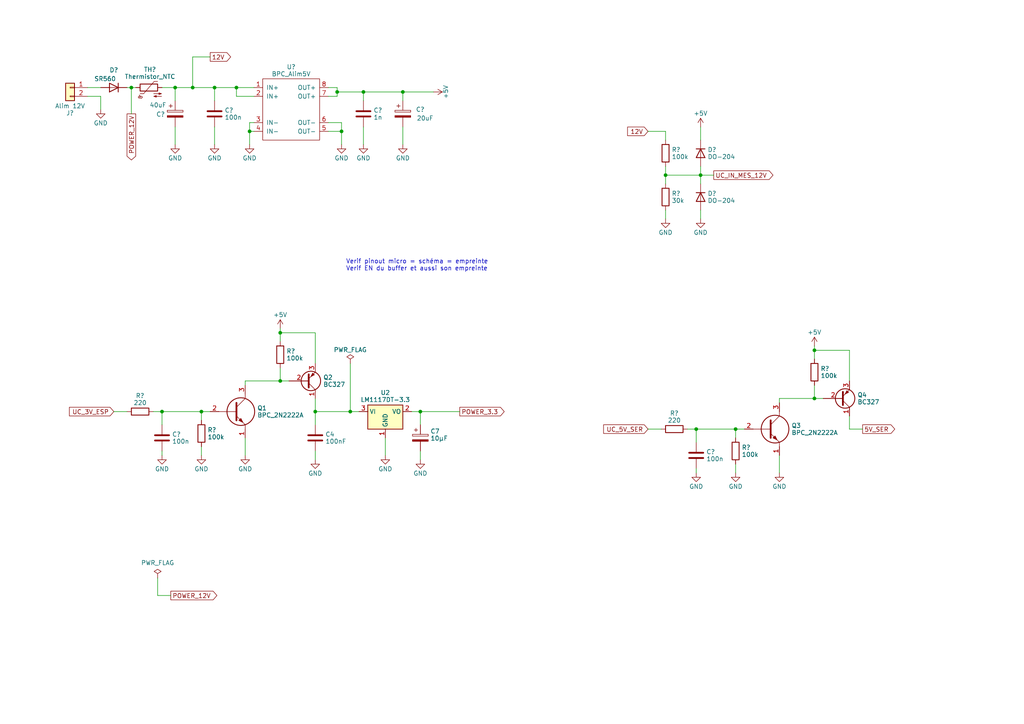
<source format=kicad_sch>
(kicad_sch (version 20230121) (generator eeschema)
  (paper "A4")
  (title_block (title "Cabane à Minou") (rev "B0") (company "BPC") (comment 1 "2 capteurs de température / 3 entrées détecteur de mouvement") (comment 2 "Wifi / Luminosité / RTC") (comment 3 "4 sorties Strip LEDs (Avec Alim. 5V pilotable)") (comment 4 "Alimentation 12V / 1 sortie 12V commutable"))
  (lib_symbols
    (symbol "Connector_Generic:Conn_01x02" (pin_names (offset 1.016) hide)
      (property "Reference" "J" (at 0 2.54 0))
      (property "Value" "Conn_01x02" (at 0 -5.08 0))
      (symbol "Conn_01x02_1_1"
        (rectangle (start -1.27 -2.413) (end 0 -2.667) (stroke (width 0.1524)))
        (rectangle (start -1.27 0.127) (end 0 -0.127) (stroke (width 0.1524)))
        (rectangle (start -1.27 1.27) (end 1.27 -3.81) (stroke (width 0.254)) (fill (type background)))
        (pin passive line (at -5.08 0 0) (length 3.81) (name "Pin_1") (number "1"))
        (pin passive line (at -5.08 -2.54 0) (length 3.81) (name "Pin_2") (number "2"))
      )
    )
    (symbol "Device:C" (pin_numbers hide) (pin_names (offset 0.254))
      (property "Reference" "C" (at 0.635 2.54 0))
      (property "Value" "C" (at 0.635 -2.54 0))
      (symbol "C_0_1"
        (polyline (pts (xy -2.032 -0.762) (xy 2.032 -0.762)) (stroke (width 0.508)))
        (polyline (pts (xy -2.032 0.762) (xy 2.032 0.762)) (stroke (width 0.508)))
      )
      (symbol "C_1_1"
        (pin passive line (at 0 3.81 270) (length 2.794) (name "~") (number "1"))
        (pin passive line (at 0 -3.81 90) (length 2.794) (name "~") (number "2"))
      )
    )
    (symbol "Device:C_Polarized" (pin_numbers hide) (pin_names (offset 0.254))
      (property "Reference" "C" (at 0.635 2.54 0))
      (property "Value" "C_Polarized" (at 0.635 -2.54 0))
      (symbol "C_Polarized_0_1"
        (rectangle (start -2.286 0.508) (end 2.286 1.016))
        (polyline (pts (xy -1.778 2.286) (xy -0.762 2.286)))
        (polyline (pts (xy -1.27 2.794) (xy -1.27 1.778)))
        (rectangle (start 2.286 -0.508) (end -2.286 -1.016) (fill (type outline)))
      )
      (symbol "C_Polarized_1_1"
        (pin passive line (at 0 3.81 270) (length 2.794) (name "~") (number "1"))
        (pin passive line (at 0 -3.81 90) (length 2.794) (name "~") (number "2"))
      )
    )
    (symbol "Device:D" (pin_numbers hide) (pin_names (offset 1.016) hide)
      (property "Reference" "D" (at 0 2.54 0))
      (property "Value" "D" (at 0 -2.54 0))
      (symbol "D_0_1"
        (polyline (pts (xy -1.27 1.27) (xy -1.27 -1.27)) (stroke (width 0.254)))
        (polyline (pts (xy 1.27 0) (xy -1.27 0)))
        (polyline (pts (xy 1.27 1.27) (xy 1.27 -1.27) (xy -1.27 0) (xy 1.27 1.27)) (stroke (width 0.254)))
      )
      (symbol "D_1_1"
        (pin passive line (at -3.81 0 0) (length 2.54) (name "K") (number "1"))
        (pin passive line (at 3.81 0 180) (length 2.54) (name "A") (number "2"))
      )
    )
    (symbol "Device:R" (pin_numbers hide) (pin_names (offset 0))
      (property "Reference" "R" (at 2.032 0 90))
      (property "Value" "R" (at 0 0 90))
      (symbol "R_0_1"
        (rectangle (start -1.016 -2.54) (end 1.016 2.54) (stroke (width 0.254)))
      )
      (symbol "R_1_1"
        (pin passive line (at 0 3.81 270) (length 1.27) (name "~") (number "1"))
        (pin passive line (at 0 -3.81 90) (length 1.27) (name "~") (number "2"))
      )
    )
    (symbol "Device:Thermistor_NTC" (pin_numbers hide) (pin_names (offset 0))
      (property "Reference" "TH" (at -4.445 0 90))
      (property "Value" "Thermistor_NTC" (at 3.175 0 90))
      (symbol "Thermistor_NTC_0_1"
        (arc (start -3.048 2.159) (mid -3.0495 2.3143) (end -3.175 2.413))
        (arc (start -3.048 2.159) (mid -2.9736 1.9794) (end -2.794 1.905))
        (arc (start -3.048 2.794) (mid -2.9736 2.6144) (end -2.794 2.54))
        (arc (start -2.794 1.905) (mid -2.6144 1.9794) (end -2.54 2.159))
        (arc (start -2.794 2.54) (mid -2.4393 2.5587) (end -2.159 2.794))
        (arc (start -2.794 3.048) (mid -2.9736 2.9736) (end -3.048 2.794))
        (arc (start -2.54 2.794) (mid -2.6144 2.9736) (end -2.794 3.048))
        (rectangle (start -1.016 2.54) (end 1.016 -2.54) (stroke (width 0.254)))
        (polyline (pts (xy -2.54 2.159) (xy -2.54 2.794)))
        (polyline (pts (xy -1.778 2.54) (xy -1.778 1.524) (xy 1.778 -1.524) (xy 1.778 -2.54)))
        (polyline (pts (xy -2.54 -3.683) (xy -2.54 -1.397) (xy -2.794 -2.159) (xy -2.286 -2.159) (xy -2.54 -1.397) (xy -2.54 -1.651)) (fill (type outline)))
        (polyline (pts (xy -1.778 -1.397) (xy -1.778 -3.683) (xy -2.032 -2.921) (xy -1.524 -2.921) (xy -1.778 -3.683) (xy -1.778 -3.429)) (fill (type outline)))
      )
      (symbol "Thermistor_NTC_1_1"
        (pin passive line (at 0 3.81 270) (length 1.27) (name "~") (number "1"))
        (pin passive line (at 0 -3.81 90) (length 1.27) (name "~") (number "2"))
      )
    )
    (symbol "Regulator_Linear:LM1117DT-3.3"
      (property "Reference" "U" (at -3.81 3.175 0))
      (property "Value" "LM1117DT-3.3" (at 0 3.175 0))
      (symbol "LM1117DT-3.3_0_1"
        (rectangle (start -5.08 -5.08) (end 5.08 1.905) (stroke (width 0.254)) (fill (type background)))
      )
      (symbol "LM1117DT-3.3_1_1"
        (pin power_in line (at 0 -7.62 90) (length 2.54) (name "GND") (number "1"))
        (pin power_out line (at 7.62 0 180) (length 2.54) (name "VO") (number "2"))
        (pin power_in line (at -7.62 0 0) (length 2.54) (name "VI") (number "3"))
      )
    )
    (symbol "Transistor_BJT:BC327" (pin_names (offset 0) hide)
      (property "Reference" "Q" (at 5.08 1.905 0))
      (property "Value" "BC327" (at 5.08 0 0))
      (symbol "BC327_0_1"
        (polyline (pts (xy 0.635 0.635) (xy 2.54 2.54)))
        (polyline (pts (xy 0.635 -0.635) (xy 2.54 -2.54) (xy 2.54 -2.54)))
        (polyline (pts (xy 0.635 1.905) (xy 0.635 -1.905) (xy 0.635 -1.905)) (stroke (width 0.508)))
        (polyline (pts (xy 2.286 -1.778) (xy 1.778 -2.286) (xy 1.27 -1.27) (xy 2.286 -1.778) (xy 2.286 -1.778)) (fill (type outline)))
        (circle (center 1.27 0) (radius 2.8194) (stroke (width 0.254)))
      )
      (symbol "BC327_1_1"
        (pin passive line (at 2.54 5.08 270) (length 2.54) (name "C") (number "1"))
        (pin input line (at -5.08 0 0) (length 5.715) (name "B") (number "2"))
        (pin passive line (at 2.54 -5.08 90) (length 2.54) (name "E") (number "3"))
      )
    )
    (symbol "bpc:BPC_2N2222A" (pin_names (offset 0.762))
      (property "Reference" "Q" (at 13.97 1.27 0))
      (property "Value" "BPC_2N2222A" (at 13.97 -1.27 0))
      (symbol "BPC_2N2222A_0_0"
        (pin passive line (at 10.16 -7.62 90) (length 2.54) (name "~") (number "1"))
        (pin passive line (at 0 0 0) (length 2.54) (name "~") (number "2"))
        (pin passive line (at 10.16 7.62 270) (length 2.54) (name "~") (number "3"))
      )
      (symbol "BPC_2N2222A_0_1"
        (polyline (pts (xy 2.54 0) (xy 7.62 0)) (stroke (width 0.1524)))
        (polyline (pts (xy 7.62 -1.27) (xy 10.16 -3.81)) (stroke (width 0.1524)))
        (polyline (pts (xy 7.62 1.27) (xy 10.16 3.81)) (stroke (width 0.1524)))
        (polyline (pts (xy 7.62 2.54) (xy 7.62 -2.54)) (stroke (width 0.508)))
        (polyline (pts (xy 10.16 -3.81) (xy 10.16 -5.08)) (stroke (width 0.1524)))
        (polyline (pts (xy 10.16 3.81) (xy 10.16 5.08)) (stroke (width 0.1524)))
        (polyline (pts (xy 8.382 -2.54) (xy 8.89 -2.032) (xy 9.398 -3.048) (xy 8.382 -2.54)) (stroke (width 0.254)) (fill (type outline)))
        (circle (center 8.89 0) (radius 4.0132) (stroke (width 0.254)))
      )
    )
    (symbol "bpc:BPC_Alim5V" (pin_names (offset 1.016))
      (property "Reference" "U" (at 6.35 6.35 0))
      (property "Value" "BPC_Alim5V" (at 11.43 3.81 0))
      (symbol "BPC_Alim5V_0_1"
        (rectangle (start 0 2.54) (end 16.51 -15.24))
      )
      (symbol "BPC_Alim5V_1_1"
        (pin power_in line (at -2.54 0 0) (length 2.54) (name "IN+") (number "1"))
        (pin power_in line (at -2.54 -2.54 0) (length 2.54) (name "IN+") (number "2"))
        (pin power_in line (at -2.54 -10.16 0) (length 2.54) (name "IN-") (number "3"))
        (pin power_in line (at -2.54 -12.7 0) (length 2.54) (name "IN-") (number "4"))
        (pin power_out line (at 19.05 -12.7 180) (length 2.54) (name "OUT-") (number "5"))
        (pin passive line (at 19.05 -10.16 180) (length 2.54) (name "OUT-") (number "6"))
        (pin passive line (at 19.05 -2.54 180) (length 2.54) (name "OUT+") (number "7"))
        (pin power_out line (at 19.05 0 180) (length 2.54) (name "OUT+") (number "8"))
      )
    )
    (symbol "power:+5V" (power) (pin_names (offset 0))
      (property "Value" "+5V" (at 0 3.556 0))
      (symbol "+5V_0_1"
        (polyline (pts (xy -0.762 1.27) (xy 0 2.54)))
        (polyline (pts (xy 0 0) (xy 0 2.54)))
        (polyline (pts (xy 0 2.54) (xy 0.762 1.27)))
      )
      (symbol "+5V_1_1"
        (pin power_in line (at 0 0 90) (length 0) hide (name "+5V") (number "1"))
      )
    )
    (symbol "power:GND" (power) (pin_names (offset 0))
      (property "Value" "GND" (at 0 -3.81 0))
      (symbol "GND_0_1"
        (polyline (pts (xy 0 0) (xy 0 -1.27) (xy 1.27 -1.27) (xy 0 -2.54) (xy -1.27 -1.27) (xy 0 -1.27)))
      )
      (symbol "GND_1_1"
        (pin power_in line (at 0 0 270) (length 0) hide (name "GND") (number "1"))
      )
    )
    (symbol "power:PWR_FLAG" (power) (pin_numbers hide) (pin_names (offset 0) hide)
      (property "Value" "PWR_FLAG" (at 0 3.81 0))
      (symbol "PWR_FLAG_0_0"
        (pin power_out line (at 0 0 90) (length 0) (name "pwr") (number "1"))
      )
      (symbol "PWR_FLAG_0_1"
        (polyline (pts (xy 0 0) (xy 0 1.27) (xy -1.016 1.905) (xy 0 2.54) (xy 1.016 1.905) (xy 0 1.27)))
      )
    )
  )
  (junction (at 193.04 50.8))
  (junction (at 236.22 115.57))
  (junction (at 236.22 101.6))
  (junction (at 81.28 96.52))
  (junction (at 101.6 119.38))
  (junction (at 55.88 25.4))
  (junction (at 91.44 119.38))
  (junction (at 38.1 25.4))
  (junction (at 72.39 38.1))
  (junction (at 81.28 110.49))
  (junction (at 116.84 26.67))
  (junction (at 99.06 38.1))
  (junction (at 213.36 124.46))
  (junction (at 50.8 25.4))
  (junction (at 62.23 25.4))
  (junction (at 58.42 119.38))
  (junction (at 203.2 50.8))
  (junction (at 121.92 119.38))
  (junction (at 46.99 119.38))
  (junction (at 105.41 26.67))
  (junction (at 201.93 124.46))
  (junction (at 68.58 25.4))
  (junction (at 97.79 26.67))
  (wire (pts (xy 105.41 36.83) (xy 105.41 41.91)))
  (wire (pts (xy 97.79 25.4) (xy 97.79 26.67)))
  (wire (pts (xy 58.42 119.38) (xy 58.42 121.92)))
  (wire (pts (xy 45.72 167.64) (xy 45.72 172.72)))
  (wire (pts (xy 213.36 134.62) (xy 213.36 137.16)))
  (wire (pts (xy 68.58 25.4) (xy 73.66 25.4)))
  (wire (pts (xy 55.88 25.4) (xy 62.23 25.4)))
  (wire (pts (xy 213.36 124.46) (xy 215.9 124.46)))
  (wire (pts (xy 55.88 16.51) (xy 55.88 25.4)))
  (wire (pts (xy 95.25 25.4) (xy 97.79 25.4)))
  (wire (pts (xy 71.12 111.76) (xy 71.12 110.49)))
  (wire (pts (xy 25.4 27.94) (xy 29.21 27.94)))
  (wire (pts (xy 46.99 25.4) (xy 50.8 25.4)))
  (wire (pts (xy 246.38 101.6) (xy 246.38 110.49)))
  (wire (pts (xy 250.19 124.46) (xy 246.38 124.46)))
  (wire (pts (xy 46.99 130.81) (xy 46.99 132.08)))
  (wire (pts (xy 91.44 119.38) (xy 91.44 115.57)))
  (wire (pts (xy 25.4 25.4) (xy 29.21 25.4)))
  (wire (pts (xy 50.8 25.4) (xy 50.8 29.21)))
  (wire (pts (xy 71.12 127) (xy 71.12 132.08)))
  (wire (pts (xy 38.1 25.4) (xy 39.37 25.4)))
  (wire (pts (xy 203.2 36.83) (xy 203.2 40.64)))
  (wire (pts (xy 62.23 36.83) (xy 62.23 41.91)))
  (wire (pts (xy 58.42 119.38) (xy 60.96 119.38)))
  (wire (pts (xy 71.12 110.49) (xy 81.28 110.49)))
  (wire (pts (xy 60.96 16.51) (xy 55.88 16.51)))
  (wire (pts (xy 38.1 25.4) (xy 38.1 33.02)))
  (wire (pts (xy 226.06 115.57) (xy 236.22 115.57)))
  (wire (pts (xy 119.38 119.38) (xy 121.92 119.38)))
  (wire (pts (xy 81.28 95.25) (xy 81.28 96.52)))
  (wire (pts (xy 99.06 35.56) (xy 95.25 35.56)))
  (wire (pts (xy 236.22 101.6) (xy 246.38 101.6)))
  (wire (pts (xy 68.58 27.94) (xy 68.58 25.4)))
  (wire (pts (xy 111.76 127) (xy 111.76 132.08)))
  (wire (pts (xy 83.82 110.49) (xy 81.28 110.49)))
  (wire (pts (xy 72.39 35.56) (xy 72.39 38.1)))
  (wire (pts (xy 226.06 116.84) (xy 226.06 115.57)))
  (wire (pts (xy 201.93 124.46) (xy 213.36 124.46)))
  (wire (pts (xy 201.93 124.46) (xy 201.93 128.27)))
  (wire (pts (xy 203.2 60.96) (xy 203.2 63.5)))
  (wire (pts (xy 199.39 124.46) (xy 201.93 124.46)))
  (wire (pts (xy 193.04 48.26) (xy 193.04 50.8)))
  (wire (pts (xy 213.36 124.46) (xy 213.36 127)))
  (wire (pts (xy 193.04 38.1) (xy 193.04 40.64)))
  (wire (pts (xy 72.39 38.1) (xy 72.39 41.91)))
  (wire (pts (xy 193.04 60.96) (xy 193.04 63.5)))
  (wire (pts (xy 81.28 110.49) (xy 81.28 106.68)))
  (wire (pts (xy 46.99 119.38) (xy 58.42 119.38)))
  (wire (pts (xy 44.45 119.38) (xy 46.99 119.38)))
  (wire (pts (xy 121.92 119.38) (xy 133.35 119.38)))
  (wire (pts (xy 203.2 48.26) (xy 203.2 50.8)))
  (wire (pts (xy 36.83 25.4) (xy 38.1 25.4)))
  (wire (pts (xy 121.92 130.81) (xy 121.92 133.35)))
  (wire (pts (xy 203.2 50.8) (xy 207.01 50.8)))
  (wire (pts (xy 226.06 132.08) (xy 226.06 137.16)))
  (wire (pts (xy 236.22 115.57) (xy 236.22 111.76)))
  (wire (pts (xy 91.44 96.52) (xy 91.44 105.41)))
  (wire (pts (xy 99.06 41.91) (xy 99.06 38.1)))
  (wire (pts (xy 46.99 119.38) (xy 46.99 123.19)))
  (wire (pts (xy 58.42 129.54) (xy 58.42 132.08)))
  (wire (pts (xy 105.41 26.67) (xy 105.41 29.21)))
  (wire (pts (xy 121.92 119.38) (xy 121.92 123.19)))
  (wire (pts (xy 81.28 96.52) (xy 81.28 99.06)))
  (wire (pts (xy 97.79 26.67) (xy 105.41 26.67)))
  (wire (pts (xy 105.41 26.67) (xy 116.84 26.67)))
  (wire (pts (xy 91.44 119.38) (xy 91.44 123.19)))
  (wire (pts (xy 50.8 25.4) (xy 55.88 25.4)))
  (wire (pts (xy 101.6 105.41) (xy 101.6 119.38)))
  (wire (pts (xy 116.84 36.83) (xy 116.84 41.91)))
  (wire (pts (xy 45.72 172.72) (xy 49.53 172.72)))
  (wire (pts (xy 201.93 135.89) (xy 201.93 137.16)))
  (wire (pts (xy 81.28 96.52) (xy 91.44 96.52)))
  (wire (pts (xy 187.96 38.1) (xy 193.04 38.1)))
  (wire (pts (xy 95.25 38.1) (xy 99.06 38.1)))
  (wire (pts (xy 29.21 27.94) (xy 29.21 31.75)))
  (wire (pts (xy 97.79 27.94) (xy 95.25 27.94)))
  (wire (pts (xy 236.22 101.6) (xy 236.22 104.14)))
  (wire (pts (xy 62.23 25.4) (xy 62.23 29.21)))
  (wire (pts (xy 72.39 38.1) (xy 73.66 38.1)))
  (wire (pts (xy 73.66 35.56) (xy 72.39 35.56)))
  (wire (pts (xy 62.23 25.4) (xy 68.58 25.4)))
  (wire (pts (xy 99.06 38.1) (xy 99.06 35.56)))
  (wire (pts (xy 246.38 124.46) (xy 246.38 120.65)))
  (wire (pts (xy 203.2 50.8) (xy 203.2 53.34)))
  (wire (pts (xy 101.6 119.38) (xy 104.14 119.38)))
  (wire (pts (xy 238.76 115.57) (xy 236.22 115.57)))
  (wire (pts (xy 193.04 50.8) (xy 193.04 53.34)))
  (wire (pts (xy 97.79 26.67) (xy 97.79 27.94)))
  (wire (pts (xy 50.8 36.83) (xy 50.8 41.91)))
  (wire (pts (xy 116.84 26.67) (xy 125.73 26.67)))
  (wire (pts (xy 91.44 119.38) (xy 101.6 119.38)))
  (wire (pts (xy 73.66 27.94) (xy 68.58 27.94)))
  (wire (pts (xy 187.96 124.46) (xy 191.77 124.46)))
  (wire (pts (xy 33.02 119.38) (xy 36.83 119.38)))
  (wire (pts (xy 193.04 50.8) (xy 203.2 50.8)))
  (wire (pts (xy 236.22 100.33) (xy 236.22 101.6)))
  (wire (pts (xy 116.84 26.67) (xy 116.84 29.21)))
  (wire (pts (xy 91.44 130.81) (xy 91.44 133.35)))
  (text "Verif pinout micro = schéma = empreinte\nVerif EN du buffer et aussi son empreinte" (at 100.33 78.74 0) (effects (font (size 1.27 1.27)) (justify left bottom)))
  (global_label "POWER_12V" (shape output) (at 38.1 33.02 270) (property "Intersheetrefs" "${INTERSHEET_REFS}" (effects hide)))
  (global_label "12V" (shape output) (at 60.96 16.51 0) (property "Intersheetrefs" "${INTERSHEET_REFS}" (effects hide)))
  (global_label "POWER_3.3" (shape output) (at 133.35 119.38 0) (property "Intersheetrefs" "${INTERSHEET_REFS}" (effects hide)))
  (global_label "12V" (shape input) (at 187.96 38.1 180) (property "Intersheetrefs" "${INTERSHEET_REFS}" (effects hide)))
  (global_label "POWER_12V" (shape output) (at 49.53 172.72 0) (property "Intersheetrefs" "${INTERSHEET_REFS}" (effects hide)))
  (global_label "5V_SER" (shape output) (at 250.19 124.46 0) (property "Intersheetrefs" "${INTERSHEET_REFS}" (effects hide)))
  (global_label "UC_IN_MES_12V" (shape output) (at 207.01 50.8 0) (property "Intersheetrefs" "${INTERSHEET_REFS}" (effects hide)))
  (global_label "UC_3V_ESP" (shape input) (at 33.02 119.38 180) (property "Intersheetrefs" "${INTERSHEET_REFS}" (effects hide)))
  (global_label "UC_5V_SER" (shape input) (at 187.96 124.46 180) (property "Intersheetrefs" "${INTERSHEET_REFS}" (effects hide)))
  (symbol (lib_id "power:+5V") (at 125.73 26.67 270) (unit 1)
    (property "Reference" "#PWR?" (effects hide))
    (property "Value" "+5V" (at 129.286 26.67 0))
    (instances (project "cabane_minou" (path "" (reference "#PWR?") (unit 1)) (path "" (reference "#PWR?") (unit 1)) (path "" (reference "#PWR015") (unit 1))))
  )
  (symbol (lib_id "power:GND") (at 193.04 63.5 0) (unit 1)
    (property "Reference" "#PWR?" (effects hide))
    (property "Value" "GND" (at 193.04 67.445 0))
    (instances (project "cabane_minou" (path "" (reference "#PWR?") (unit 1)) (path "" (reference "#PWR?") (unit 1)) (path "" (reference "#PWR016") (unit 1))))
  )
  (symbol (lib_id "Device:C") (at 91.44 127 0) (unit 1)
    (property "Reference" "C4" (at 94.361 125.976 0) (effects (justify left)))
    (property "Value" "100nF" (at 94.361 128.024 0) (effects (justify left)))
    (property "Footprint" "Capacitor_THT:C_Disc_D5.0mm_W2.5mm_P2.50mm" (effects hide))
    (instances (project "cabane_minou" (path "" (reference "C4") (unit 1))) (project "board_rs485_master" (path "" (reference "C?") (unit 1))))
  )
  (symbol (lib_id "Device:C") (at 105.41 33.02 0) (unit 1)
    (property "Reference" "C?" (at 108.331 31.996 0) (effects (justify left)))
    (property "Value" "1n" (at 108.331 34.044 0) (effects (justify left)))
    (property "Footprint" "Capacitor_THT:C_Disc_D5.0mm_W2.5mm_P2.50mm" (effects hide))
    (instances (project "cabane_minou" (path "" (reference "C?") (unit 1)) (path "" (reference "C?") (unit 1)) (path "" (reference "C5") (unit 1))))
  )
  (symbol (lib_id "Transistor_BJT:BC327") (at 243.84 115.57 0) (mirror x) (unit 1)
    (property "Reference" "Q4" (at 248.6914 114.546 0) (effects (justify left)))
    (property "Value" "BC327" (at 248.6914 116.594 0) (effects (justify left)))
    (property "Footprint" "Package_TO_SOT_THT:TO-92_Inline" (effects hide))
    (property "Datasheet" "http://www.onsemi.com/pub_link/Collateral/BC327-D.PDF" (effects hide))
  )
  (symbol (lib_id "power:+5V") (at 236.22 100.33 0) (unit 1)
    (property "Reference" "#PWR?" (effects hide))
    (property "Value" "+5V" (at 236.22 96.385 0))
    (instances (project "cabane_minou" (path "" (reference "#PWR?") (unit 1)) (path "" (reference "#PWR?") (unit 1)) (path "" (reference "#PWR022") (unit 1))))
  )
  (symbol (lib_id "power:GND") (at 201.93 137.16 0) (unit 1)
    (property "Reference" "#PWR?" (effects hide))
    (property "Value" "GND" (at 201.93 141.105 0))
    (instances (project "cabane_minou" (path "" (reference "#PWR?") (unit 1)) (path "" (reference "#PWR?") (unit 1)) (path "" (reference "#PWR017") (unit 1))))
  )
  (symbol (lib_id "power:PWR_FLAG") (at 101.6 105.41 0) (unit 1)
    (property "Reference" "#FLG02" (effects hide))
    (property "Value" "PWR_FLAG" (at 101.6 101.465 0))
  )
  (symbol (lib_id "Device:R") (at 236.22 107.95 0) (unit 1)
    (property "Reference" "R?" (at 237.998 106.926 0) (effects (justify left)))
    (property "Value" "100k" (at 237.998 108.974 0) (effects (justify left)))
    (property "Footprint" "Resistor_THT:R_Axial_DIN0204_L3.6mm_D1.6mm_P7.62mm_Horizontal" (effects hide))
    (instances (project "cabane_minou" (path "" (reference "R?") (unit 1)) (path "" (reference "R?") (unit 1)) (path "" (reference "R8") (unit 1))))
  )
  (symbol (lib_id "Device:R") (at 195.58 124.46 90) (unit 1)
    (property "Reference" "R?" (at 195.58 119.864 90))
    (property "Value" "220" (at 195.58 121.912 90))
    (property "Footprint" "Resistor_THT:R_Axial_DIN0204_L3.6mm_D1.6mm_P7.62mm_Horizontal" (effects hide))
    (instances (project "cabane_minou" (path "" (reference "R?") (unit 1)) (path "" (reference "R?") (unit 1)) (path "" (reference "R6") (unit 1))))
  )
  (symbol (lib_id "Device:R") (at 58.42 125.73 0) (unit 1)
    (property "Reference" "R?" (at 60.198 124.706 0) (effects (justify left)))
    (property "Value" "100k" (at 60.198 126.754 0) (effects (justify left)))
    (property "Footprint" "Resistor_THT:R_Axial_DIN0204_L3.6mm_D1.6mm_P7.62mm_Horizontal" (effects hide))
    (instances (project "cabane_minou" (path "" (reference "R?") (unit 1)) (path "" (reference "R?") (unit 1)) (path "" (reference "R2") (unit 1)) (path "" (reference "R?") (unit 1))))
  )
  (symbol (lib_id "Device:R") (at 40.64 119.38 90) (unit 1)
    (property "Reference" "R?" (at 40.64 114.784 90))
    (property "Value" "220" (at 40.64 116.832 90))
    (property "Footprint" "Resistor_THT:R_Axial_DIN0204_L3.6mm_D1.6mm_P7.62mm_Horizontal" (effects hide))
    (instances (project "cabane_minou" (path "" (reference "R?") (unit 1)) (path "" (reference "R?") (unit 1)) (path "" (reference "R1") (unit 1)) (path "" (reference "R?") (unit 1))))
  )
  (symbol (lib_id "bpc:BPC_2N2222A") (at 215.9 124.46 0) (unit 1)
    (property "Reference" "Q3" (at 229.5652 123.436 0) (effects (justify left)))
    (property "Value" "BPC_2N2222A" (at 229.5652 125.484 0) (effects (justify left)))
    (property "Footprint" "Package_TO_SOT_THT:TO-92" (effects hide))
    (property "Datasheet" "https://www.arrow.com/en/products/2n2222a/microsemi" (effects hide))
    (property "Description" "Trans GP BJT NPN 50V 0.8A 3-Pin TO-18" (effects hide))
    (property "Manufacturer_Name" "Microsemi Corporation" (effects hide))
    (property "Manufacturer_Part_Number" "2N2222A" (effects hide))
    (property "Mouser Part Number" "494-2N2222A" (effects hide))
    (property "Mouser Price/Stock" "https://www.mouser.co.uk/ProductDetail/Microchip-Microsemi/2N2222A?qs=TXMzd3F6EylR6f6YErRW3Q%3D%3D" (effects hide))
    (property "Arrow Part Number" "2N2222A" (effects hide))
    (property "Arrow Price/Stock" "https://www.arrow.com/en/products/2n2222a/microsemi" (effects hide))
  )
  (symbol (lib_id "bpc:BPC_2N2222A") (at 60.96 119.38 0) (unit 1)
    (property "Reference" "Q1" (at 74.6252 118.356 0) (effects (justify left)))
    (property "Value" "BPC_2N2222A" (at 74.6252 120.404 0) (effects (justify left)))
    (property "Footprint" "Package_TO_SOT_THT:TO-92" (effects hide))
    (property "Datasheet" "https://www.arrow.com/en/products/2n2222a/microsemi" (effects hide))
    (property "Description" "Trans GP BJT NPN 50V 0.8A 3-Pin TO-18" (effects hide))
    (property "Manufacturer_Name" "Microsemi Corporation" (effects hide))
    (property "Manufacturer_Part_Number" "2N2222A" (effects hide))
    (property "Mouser Part Number" "494-2N2222A" (effects hide))
    (property "Mouser Price/Stock" "https://www.mouser.co.uk/ProductDetail/Microchip-Microsemi/2N2222A?qs=TXMzd3F6EylR6f6YErRW3Q%3D%3D" (effects hide))
    (property "Arrow Part Number" "2N2222A" (effects hide))
    (property "Arrow Price/Stock" "https://www.arrow.com/en/products/2n2222a/microsemi" (effects hide))
    (instances (project "cabane_minou" (path "" (reference "Q1") (unit 1)) (path "" (reference "Q?") (unit 1))))
  )
  (symbol (lib_id "Connector_Generic:Conn_01x02") (at 20.32 25.4 0) (mirror y) (unit 1)
    (property "Reference" "J?" (at 20.32 32.79 0))
    (property "Value" "Alim 12V" (at 20.32 30.742 0))
    (property "Footprint" "TerminalBlock_Phoenix:TerminalBlock_Phoenix_MKDS-1,5-2-5.08_1x02_P5.08mm_Horizontal" (effects hide))
    (instances (project "cabane_minou" (path "" (reference "J?") (unit 1)) (path "" (reference "J?") (unit 1)) (path "" (reference "J1") (unit 1))))
  )
  (symbol (lib_id "Device:C") (at 46.99 127 0) (unit 1)
    (property "Reference" "C?" (at 49.911 125.976 0) (effects (justify left)))
    (property "Value" "100n" (at 49.911 128.024 0) (effects (justify left)))
    (property "Footprint" "Capacitor_THT:C_Disc_D5.0mm_W2.5mm_P2.50mm" (effects hide))
    (instances (project "cabane_minou" (path "" (reference "C?") (unit 1)) (path "" (reference "C?") (unit 1)) (path "" (reference "C1") (unit 1)) (path "" (reference "C?") (unit 1))))
  )
  (symbol (lib_id "Transistor_BJT:BC327") (at 88.9 110.49 0) (mirror x) (unit 1)
    (property "Reference" "Q2" (at 93.7514 109.466 0) (effects (justify left)))
    (property "Value" "BC327" (at 93.7514 111.514 0) (effects (justify left)))
    (property "Footprint" "Package_TO_SOT_THT:TO-92_Inline" (effects hide))
    (property "Datasheet" "http://www.onsemi.com/pub_link/Collateral/BC327-D.PDF" (effects hide))
    (instances (project "cabane_minou" (path "" (reference "Q2") (unit 1)) (path "" (reference "Q?") (unit 1))))
  )
  (symbol (lib_id "Device:C") (at 201.93 132.08 0) (unit 1)
    (property "Reference" "C?" (at 204.851 131.056 0) (effects (justify left)))
    (property "Value" "100n" (at 204.851 133.104 0) (effects (justify left)))
    (property "Footprint" "Capacitor_THT:C_Disc_D5.0mm_W2.5mm_P2.50mm" (effects hide))
    (instances (project "cabane_minou" (path "" (reference "C?") (unit 1)) (path "" (reference "C?") (unit 1)) (path "" (reference "C8") (unit 1))))
  )
  (symbol (lib_id "power:GND") (at 50.8 41.91 0) (unit 1)
    (property "Reference" "#PWR?" (effects hide))
    (property "Value" "GND" (at 50.8 45.855 0))
    (instances (project "cabane_minou" (path "" (reference "#PWR?") (unit 1)) (path "" (reference "#PWR?") (unit 1)) (path "" (reference "#PWR03") (unit 1))))
  )
  (symbol (lib_id "power:GND") (at 105.41 41.91 0) (unit 1)
    (property "Reference" "#PWR?" (effects hide))
    (property "Value" "GND" (at 105.41 45.855 0))
    (instances (project "cabane_minou" (path "" (reference "#PWR?") (unit 1)) (path "" (reference "#PWR?") (unit 1)) (path "" (reference "#PWR011") (unit 1))))
  )
  (symbol (lib_id "power:GND") (at 99.06 41.91 0) (unit 1)
    (property "Reference" "#PWR?" (effects hide))
    (property "Value" "GND" (at 99.06 45.855 0))
    (instances (project "cabane_minou" (path "" (reference "#PWR?") (unit 1)) (path "" (reference "#PWR?") (unit 1)) (path "" (reference "#PWR010") (unit 1))))
  )
  (symbol (lib_id "Device:C_Polarized") (at 50.8 33.02 0) (unit 1)
    (property "Reference" "C?" (at 47.879 33.155 0) (effects (justify right)))
    (property "Value" "40uF" (at 48.26 30.48 0) (effects (justify right)))
    (property "Footprint" "Capacitor_THT:CP_Radial_D8.0mm_P3.80mm" (effects hide))
    (instances (project "cabane_minou" (path "" (reference "C?") (unit 1)) (path "" (reference "C?") (unit 1)) (path "" (reference "C2") (unit 1))))
  )
  (symbol (lib_id "Device:C") (at 62.23 33.02 0) (unit 1)
    (property "Reference" "C?" (at 65.151 31.996 0) (effects (justify left)))
    (property "Value" "100n" (at 65.151 34.044 0) (effects (justify left)))
    (property "Footprint" "Capacitor_THT:C_Disc_D5.0mm_W2.5mm_P2.50mm" (effects hide))
    (instances (project "cabane_minou" (path "" (reference "C?") (unit 1)) (path "" (reference "C?") (unit 1)) (path "" (reference "C3") (unit 1))))
  )
  (symbol (lib_id "power:GND") (at 121.92 133.35 0) (unit 1)
    (property "Reference" "#PWR?" (effects hide))
    (property "Value" "GND" (at 121.92 137.295 0))
    (instances (project "cabane_minou" (path "" (reference "#PWR?") (unit 1)) (path "" (reference "#PWR?") (unit 1)) (path "" (reference "#PWR014") (unit 1)) (path "" (reference "#PWR?") (unit 1))))
  )
  (symbol (lib_id "Device:R") (at 193.04 44.45 0) (unit 1)
    (property "Reference" "R?" (at 194.818 43.426 0) (effects (justify left)))
    (property "Value" "100k" (at 194.818 45.474 0) (effects (justify left)))
    (property "Footprint" "Resistor_THT:R_Axial_DIN0204_L3.6mm_D1.6mm_P7.62mm_Horizontal" (effects hide))
    (instances (project "cabane_minou" (path "" (reference "R?") (unit 1)) (path "" (reference "R?") (unit 1)) (path "" (reference "R4") (unit 1))))
  )
  (symbol (lib_id "power:GND") (at 71.12 132.08 0) (unit 1)
    (property "Reference" "#PWR?" (effects hide))
    (property "Value" "GND" (at 71.12 136.025 0))
    (instances (project "cabane_minou" (path "" (reference "#PWR?") (unit 1)) (path "" (reference "#PWR?") (unit 1)) (path "" (reference "#PWR06") (unit 1)) (path "" (reference "#PWR?") (unit 1))))
  )
  (symbol (lib_id "Device:R") (at 81.28 102.87 0) (unit 1)
    (property "Reference" "R?" (at 83.058 101.846 0) (effects (justify left)))
    (property "Value" "100k" (at 83.058 103.894 0) (effects (justify left)))
    (property "Footprint" "Resistor_THT:R_Axial_DIN0204_L3.6mm_D1.6mm_P7.62mm_Horizontal" (effects hide))
    (instances (project "cabane_minou" (path "" (reference "R?") (unit 1)) (path "" (reference "R?") (unit 1)) (path "" (reference "R3") (unit 1)) (path "" (reference "R?") (unit 1))))
  )
  (symbol (lib_id "power:GND") (at 62.23 41.91 0) (unit 1)
    (property "Reference" "#PWR?" (effects hide))
    (property "Value" "GND" (at 62.23 45.855 0))
    (instances (project "cabane_minou" (path "" (reference "#PWR?") (unit 1)) (path "" (reference "#PWR?") (unit 1)) (path "" (reference "#PWR05") (unit 1))))
  )
  (symbol (lib_id "power:+5V") (at 203.2 36.83 0) (unit 1)
    (property "Reference" "#PWR?" (effects hide))
    (property "Value" "+5V" (at 203.2 32.885 0))
    (instances (project "cabane_minou" (path "" (reference "#PWR?") (unit 1)) (path "" (reference "#PWR?") (unit 1)) (path "" (reference "#PWR018") (unit 1))))
  )
  (symbol (lib_id "Regulator_Linear:LM1117DT-3.3") (at 111.76 119.38 0) (unit 1)
    (property "Reference" "U2" (at 111.76 113.895 0))
    (property "Value" "LM1117DT-3.3" (at 111.76 115.943 0))
    (property "Footprint" "Package_TO_SOT_THT:TO-220-3_Vertical" (effects hide))
    (property "Datasheet" "http://www.ti.com/lit/ds/symlink/lm1117.pdf" (effects hide))
    (instances (project "cabane_minou" (path "" (reference "U2") (unit 1))) (project "board_rs485_master" (path "" (reference "U?") (unit 1))))
  )
  (symbol (lib_id "Device:R") (at 193.04 57.15 0) (unit 1)
    (property "Reference" "R?" (at 194.818 56.126 0) (effects (justify left)))
    (property "Value" "30k" (at 194.818 58.174 0) (effects (justify left)))
    (property "Footprint" "Resistor_THT:R_Axial_DIN0204_L3.6mm_D1.6mm_P7.62mm_Horizontal" (effects hide))
    (instances (project "cabane_minou" (path "" (reference "R?") (unit 1)) (path "" (reference "R?") (unit 1)) (path "" (reference "R5") (unit 1))))
  )
  (symbol (lib_id "bpc:BPC_Alim5V") (at 76.2 25.4 0) (unit 1)
    (property "Reference" "U?" (at 84.455 19.407 0))
    (property "Value" "BPC_Alim5V" (at 84.455 21.455 0))
    (property "Footprint" "bpc:BPC_Alim5V" (effects hide))
    (instances (project "cabane_minou" (path "" (reference "U?") (unit 1)) (path "" (reference "U?") (unit 1)) (path "" (reference "U1") (unit 1))))
  )
  (symbol (lib_id "power:GND") (at 58.42 132.08 0) (unit 1)
    (property "Reference" "#PWR?" (effects hide))
    (property "Value" "GND" (at 58.42 136.025 0))
    (instances (project "cabane_minou" (path "" (reference "#PWR?") (unit 1)) (path "" (reference "#PWR?") (unit 1)) (path "" (reference "#PWR04") (unit 1)) (path "" (reference "#PWR?") (unit 1))))
  )
  (symbol (lib_id "Device:Thermistor_NTC") (at 43.18 25.4 90) (unit 1)
    (property "Reference" "TH?" (at 43.4975 20.169 90))
    (property "Value" "Thermistor_NTC" (at 43.4975 22.217 90))
    (property "Footprint" "Resistor_THT:R_Axial_DIN0204_L3.6mm_D1.6mm_P7.62mm_Horizontal" (effects hide))
    (instances (project "cabane_minou" (path "" (reference "TH?") (unit 1)) (path "" (reference "TH?") (unit 1)) (path "" (reference "TH1") (unit 1))))
  )
  (symbol (lib_id "Device:C_Polarized") (at 116.84 33.02 0) (unit 1)
    (property "Reference" "C?" (at 123.19 31.75 0) (effects (justify right)))
    (property "Value" "20uF" (at 125.73 34.29 0) (effects (justify right)))
    (property "Footprint" "Capacitor_THT:CP_Radial_D8.0mm_P3.80mm" (effects hide))
    (instances (project "cabane_minou" (path "" (reference "C?") (unit 1)) (path "" (reference "C?") (unit 1)) (path "" (reference "C6") (unit 1))))
  )
  (symbol (lib_id "power:PWR_FLAG") (at 45.72 167.64 0) (unit 1)
    (property "Reference" "#FLG?" (effects hide))
    (property "Value" "PWR_FLAG" (at 45.72 163.2458 0))
    (instances (project "cabane_minou" (path "" (reference "#FLG?") (unit 1)) (path "" (reference "#FLG?") (unit 1)) (path "" (reference "#FLG01") (unit 1))))
  )
  (symbol (lib_id "power:+5V") (at 81.28 95.25 0) (unit 1)
    (property "Reference" "#PWR?" (effects hide))
    (property "Value" "+5V" (at 81.28 91.305 0))
    (instances (project "cabane_minou" (path "" (reference "#PWR?") (unit 1)) (path "" (reference "#PWR?") (unit 1)) (path "" (reference "#PWR08") (unit 1)) (path "" (reference "#PWR?") (unit 1))))
  )
  (symbol (lib_id "Device:R") (at 213.36 130.81 0) (unit 1)
    (property "Reference" "R?" (at 215.138 129.786 0) (effects (justify left)))
    (property "Value" "100k" (at 215.138 131.834 0) (effects (justify left)))
    (property "Footprint" "Resistor_THT:R_Axial_DIN0204_L3.6mm_D1.6mm_P7.62mm_Horizontal" (effects hide))
    (instances (project "cabane_minou" (path "" (reference "R?") (unit 1)) (path "" (reference "R?") (unit 1)) (path "" (reference "R7") (unit 1))))
  )
  (symbol (lib_id "power:GND") (at 29.21 31.75 0) (unit 1)
    (property "Reference" "#PWR?" (effects hide))
    (property "Value" "GND" (at 29.21 35.695 0))
    (instances (project "cabane_minou" (path "" (reference "#PWR?") (unit 1)) (path "" (reference "#PWR?") (unit 1)) (path "" (reference "#PWR01") (unit 1))))
  )
  (symbol (lib_id "power:GND") (at 203.2 63.5 0) (unit 1)
    (property "Reference" "#PWR?" (effects hide))
    (property "Value" "GND" (at 203.2 67.445 0))
    (instances (project "cabane_minou" (path "" (reference "#PWR?") (unit 1)) (path "" (reference "#PWR?") (unit 1)) (path "" (reference "#PWR019") (unit 1))))
  )
  (symbol (lib_id "Device:D") (at 33.02 25.4 180) (unit 1)
    (property "Reference" "D?" (at 33.02 20.32 0))
    (property "Value" "SR560" (at 30.48 22.86 0))
    (property "Footprint" "Diode_THT:D_DO-15_P12.70mm_Horizontal" (effects hide))
    (property "Sim.Device" "D" (effects hide))
    (property "Sim.Pins" "1=K 2=A" (effects hide))
    (instances (project "cabane_minou" (path "" (reference "D?") (unit 1)) (path "" (reference "D?") (unit 1)) (path "" (reference "D1") (unit 1))))
  )
  (symbol (lib_id "power:GND") (at 116.84 41.91 0) (unit 1)
    (property "Reference" "#PWR?" (effects hide))
    (property "Value" "GND" (at 116.84 45.855 0))
    (instances (project "cabane_minou" (path "" (reference "#PWR?") (unit 1)) (path "" (reference "#PWR?") (unit 1)) (path "" (reference "#PWR013") (unit 1))))
  )
  (symbol (lib_id "power:GND") (at 111.76 132.08 0) (unit 1)
    (property "Reference" "#PWR?" (effects hide))
    (property "Value" "GND" (at 111.76 136.025 0))
    (instances (project "cabane_minou" (path "" (reference "#PWR?") (unit 1)) (path "" (reference "#PWR?") (unit 1)) (path "" (reference "#PWR012") (unit 1)) (path "" (reference "#PWR?") (unit 1))))
  )
  (symbol (lib_id "power:GND") (at 226.06 137.16 0) (unit 1)
    (property "Reference" "#PWR?" (effects hide))
    (property "Value" "GND" (at 226.06 141.105 0))
    (instances (project "cabane_minou" (path "" (reference "#PWR?") (unit 1)) (path "" (reference "#PWR?") (unit 1)) (path "" (reference "#PWR021") (unit 1))))
  )
  (symbol (lib_id "Device:C_Polarized") (at 121.92 127 0) (unit 1)
    (property "Reference" "C7" (at 124.841 125.087 0) (effects (justify left)))
    (property "Value" "10µF" (at 124.841 127.135 0) (effects (justify left)))
    (property "Footprint" "Capacitor_THT:CP_Radial_D4.0mm_P2.00mm" (effects hide))
    (instances (project "cabane_minou" (path "" (reference "C7") (unit 1))) (project "board_rs485_master" (path "" (reference "C?") (unit 1)) (path "" (reference "C?") (unit 1))))
  )
  (symbol (lib_id "power:GND") (at 46.99 132.08 0) (unit 1)
    (property "Reference" "#PWR?" (effects hide))
    (property "Value" "GND" (at 46.99 136.025 0))
    (instances (project "cabane_minou" (path "" (reference "#PWR?") (unit 1)) (path "" (reference "#PWR?") (unit 1)) (path "" (reference "#PWR02") (unit 1)) (path "" (reference "#PWR?") (unit 1))))
  )
  (symbol (lib_id "power:GND") (at 213.36 137.16 0) (unit 1)
    (property "Reference" "#PWR?" (effects hide))
    (property "Value" "GND" (at 213.36 141.105 0))
    (instances (project "cabane_minou" (path "" (reference "#PWR?") (unit 1)) (path "" (reference "#PWR?") (unit 1)) (path "" (reference "#PWR020") (unit 1))))
  )
  (symbol (lib_id "power:GND") (at 91.44 133.35 0) (unit 1)
    (property "Reference" "#PWR?" (effects hide))
    (property "Value" "GND" (at 91.44 137.295 0))
    (instances (project "cabane_minou" (path "" (reference "#PWR?") (unit 1)) (path "" (reference "#PWR?") (unit 1)) (path "" (reference "#PWR09") (unit 1)) (path "" (reference "#PWR?") (unit 1))))
  )
  (symbol (lib_id "power:GND") (at 72.39 41.91 0) (unit 1)
    (property "Reference" "#PWR?" (effects hide))
    (property "Value" "GND" (at 72.39 45.855 0))
    (instances (project "cabane_minou" (path "" (reference "#PWR?") (unit 1)) (path "" (reference "#PWR?") (unit 1)) (path "" (reference "#PWR07") (unit 1))))
  )
  (symbol (lib_id "Device:D") (at 203.2 57.15 270) (unit 1)
    (property "Reference" "D?" (at 205.232 56.126 90) (effects (justify left)))
    (property "Value" "DO-204" (at 205.232 58.174 90) (effects (justify left)))
    (property "Footprint" "Diode_THT:D_A-405_P2.54mm_Vertical_AnodeUp" (effects hide))
    (property "Sim.Device" "D" (effects hide))
    (property "Sim.Pins" "1=K 2=A" (effects hide))
    (instances (project "cabane_minou" (path "" (reference "D?") (unit 1)) (path "" (reference "D?") (unit 1)) (path "" (reference "D3") (unit 1))))
  )
  (symbol (lib_id "Device:D") (at 203.2 44.45 270) (unit 1)
    (property "Reference" "D?" (at 205.232 43.426 90) (effects (justify left)))
    (property "Value" "DO-204" (at 205.232 45.474 90) (effects (justify left)))
    (property "Footprint" "Diode_THT:D_A-405_P2.54mm_Vertical_AnodeUp" (effects hide))
    (property "Sim.Device" "D" (effects hide))
    (property "Sim.Pins" "1=K 2=A" (effects hide))
    (instances (project "cabane_minou" (path "" (reference "D?") (unit 1)) (path "" (reference "D?") (unit 1)) (path "" (reference "D2") (unit 1))))
  )
)
</source>
